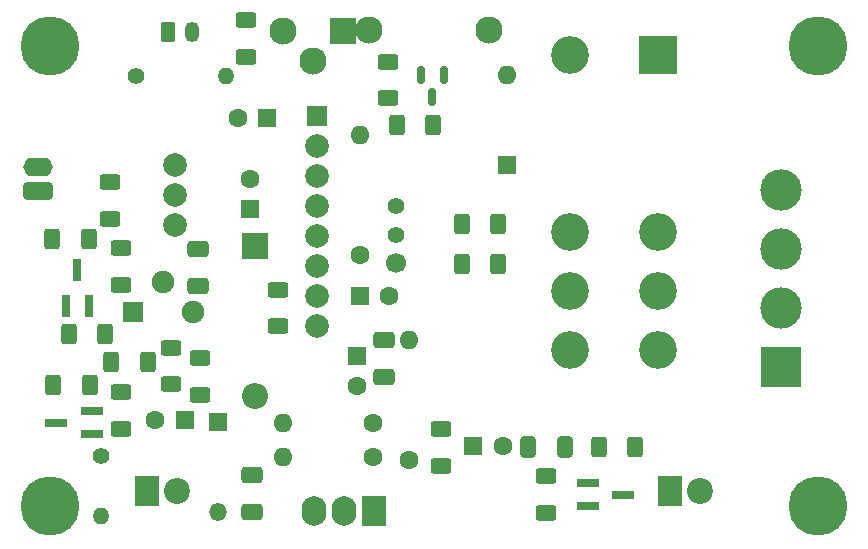
<source format=gbr>
%TF.GenerationSoftware,KiCad,Pcbnew,7.0.9*%
%TF.CreationDate,2023-11-29T12:49:05+01:00*%
%TF.ProjectId,Zabezpieczenie_UPC1237_2,5a616265-7a70-4696-9563-7a656e69655f,rev?*%
%TF.SameCoordinates,Original*%
%TF.FileFunction,Soldermask,Bot*%
%TF.FilePolarity,Negative*%
%FSLAX46Y46*%
G04 Gerber Fmt 4.6, Leading zero omitted, Abs format (unit mm)*
G04 Created by KiCad (PCBNEW 7.0.9) date 2023-11-29 12:49:05*
%MOMM*%
%LPD*%
G01*
G04 APERTURE LIST*
G04 Aperture macros list*
%AMRoundRect*
0 Rectangle with rounded corners*
0 $1 Rounding radius*
0 $2 $3 $4 $5 $6 $7 $8 $9 X,Y pos of 4 corners*
0 Add a 4 corners polygon primitive as box body*
4,1,4,$2,$3,$4,$5,$6,$7,$8,$9,$2,$3,0*
0 Add four circle primitives for the rounded corners*
1,1,$1+$1,$2,$3*
1,1,$1+$1,$4,$5*
1,1,$1+$1,$6,$7*
1,1,$1+$1,$8,$9*
0 Add four rect primitives between the rounded corners*
20,1,$1+$1,$2,$3,$4,$5,0*
20,1,$1+$1,$4,$5,$6,$7,0*
20,1,$1+$1,$6,$7,$8,$9,0*
20,1,$1+$1,$8,$9,$2,$3,0*%
G04 Aperture macros list end*
%ADD10C,1.400000*%
%ADD11O,1.400000X1.400000*%
%ADD12R,2.300000X2.300000*%
%ADD13C,2.300000*%
%ADD14RoundRect,0.312500X0.937500X-0.437500X0.937500X0.437500X-0.937500X0.437500X-0.937500X-0.437500X0*%
%ADD15O,2.500000X1.600000*%
%ADD16R,1.600000X1.600000*%
%ADD17C,1.600000*%
%ADD18C,3.200000*%
%ADD19R,3.200000X3.200000*%
%ADD20R,1.800000X1.800000*%
%ADD21C,2.000000*%
%ADD22O,1.600000X1.600000*%
%ADD23C,1.900000*%
%ADD24R,2.200000X2.200000*%
%ADD25O,2.200000X2.200000*%
%ADD26RoundRect,0.250000X-0.350000X-0.625000X0.350000X-0.625000X0.350000X0.625000X-0.350000X0.625000X0*%
%ADD27O,1.200000X1.750000*%
%ADD28C,1.700000*%
%ADD29R,3.500000X3.500000*%
%ADD30C,3.500000*%
%ADD31R,2.100000X2.500000*%
%ADD32C,2.200000*%
%ADD33R,1.500000X1.500000*%
%ADD34O,1.500000X1.500000*%
%ADD35O,2.100000X2.500000*%
%ADD36R,1.900000X0.800000*%
%ADD37RoundRect,0.250000X-0.400000X-0.625000X0.400000X-0.625000X0.400000X0.625000X-0.400000X0.625000X0*%
%ADD38RoundRect,0.250000X0.400000X0.625000X-0.400000X0.625000X-0.400000X-0.625000X0.400000X-0.625000X0*%
%ADD39RoundRect,0.250000X-0.625000X0.400000X-0.625000X-0.400000X0.625000X-0.400000X0.625000X0.400000X0*%
%ADD40RoundRect,0.250000X0.625000X-0.400000X0.625000X0.400000X-0.625000X0.400000X-0.625000X-0.400000X0*%
%ADD41C,5.000000*%
%ADD42RoundRect,0.250000X0.650000X-0.412500X0.650000X0.412500X-0.650000X0.412500X-0.650000X-0.412500X0*%
%ADD43R,0.800000X1.900000*%
%ADD44RoundRect,0.250000X-0.412500X-0.650000X0.412500X-0.650000X0.412500X0.650000X-0.412500X0.650000X0*%
%ADD45RoundRect,0.250000X-0.650000X0.412500X-0.650000X-0.412500X0.650000X-0.412500X0.650000X0.412500X0*%
%ADD46RoundRect,0.150000X-0.150000X0.587500X-0.150000X-0.587500X0.150000X-0.587500X0.150000X0.587500X0*%
G04 APERTURE END LIST*
D10*
%TO.C,R17*%
X124090000Y-82400000D03*
D11*
X131710000Y-82400000D03*
%TD*%
D12*
%TO.C,Q5*%
X141550000Y-78550000D03*
D13*
X139010000Y-81090000D03*
X136470000Y-78550000D03*
%TD*%
D14*
%TO.C,J1*%
X115800000Y-92100000D03*
D15*
X115800000Y-90100000D03*
%TD*%
D16*
%TO.C,C9*%
X152600000Y-113700000D03*
D17*
X155100000Y-113700000D03*
%TD*%
D16*
%TO.C,C5*%
X128205113Y-111500000D03*
D17*
X125705113Y-111500000D03*
%TD*%
D18*
%TO.C,K1*%
X168300000Y-100600000D03*
X168300000Y-95600000D03*
X168300000Y-105600000D03*
X160800000Y-100600000D03*
X160800000Y-95600000D03*
X160800000Y-105600000D03*
D19*
X168300000Y-80600000D03*
D18*
X160800000Y-80600000D03*
%TD*%
D13*
%TO.C,R22*%
X143820000Y-78500000D03*
X153980000Y-78500000D03*
%TD*%
D20*
%TO.C,U1*%
X139400000Y-85760000D03*
D21*
X139400000Y-88300000D03*
X139400000Y-90840000D03*
X139400000Y-93380000D03*
X139400000Y-95920000D03*
X139400000Y-98460000D03*
X139400000Y-101000000D03*
X139400000Y-103540000D03*
%TD*%
D10*
%TO.C,C3*%
X146100000Y-93350000D03*
X146100000Y-95850000D03*
%TD*%
D17*
%TO.C,R5*%
X143000000Y-97480000D03*
D22*
X143000000Y-87320000D03*
%TD*%
D20*
%TO.C,U2*%
X123850000Y-102350000D03*
D23*
X126390000Y-99810000D03*
X128930000Y-102350000D03*
%TD*%
D24*
%TO.C,D1*%
X134100000Y-96750000D03*
D25*
X134100000Y-109450000D03*
%TD*%
D16*
%TO.C,D6*%
X155500000Y-89910000D03*
D22*
X155500000Y-82290000D03*
%TD*%
D17*
%TO.C,R4*%
X147200000Y-114880000D03*
D22*
X147200000Y-104720000D03*
%TD*%
D26*
%TO.C,J3*%
X126800000Y-78600000D03*
D27*
X128800000Y-78600000D03*
%TD*%
D16*
%TO.C,C1*%
X135182380Y-85900000D03*
D17*
X132682380Y-85900000D03*
%TD*%
D21*
%TO.C,RV1*%
X127400000Y-89920000D03*
X127400000Y-92460000D03*
X127400000Y-95000000D03*
%TD*%
D28*
%TO.C,REF\u002A\u002A*%
X146100000Y-98200000D03*
%TD*%
D16*
%TO.C,C4*%
X142994888Y-101000000D03*
D17*
X145494888Y-101000000D03*
%TD*%
D29*
%TO.C,J4*%
X178700000Y-107000000D03*
D30*
X178700000Y-102000000D03*
X178700000Y-97000000D03*
X178700000Y-92000000D03*
%TD*%
D10*
%TO.C,R11*%
X121100000Y-114510000D03*
D11*
X121100000Y-119590000D03*
%TD*%
D31*
%TO.C,D5*%
X169260000Y-117500000D03*
D32*
X171800000Y-117500000D03*
%TD*%
D17*
%TO.C,R6*%
X144110000Y-111700000D03*
D22*
X136490000Y-111700000D03*
%TD*%
D31*
%TO.C,D4*%
X124960000Y-117500000D03*
D32*
X127500000Y-117500000D03*
%TD*%
D16*
%TO.C,C2*%
X133700000Y-93605113D03*
D17*
X133700000Y-91105113D03*
%TD*%
D33*
%TO.C,D3*%
X131000000Y-111685000D03*
D34*
X131000000Y-119305000D03*
%TD*%
D31*
%TO.C,J2*%
X144240000Y-119200000D03*
D35*
X141700000Y-119200000D03*
X139160000Y-119200000D03*
%TD*%
D17*
%TO.C,R16*%
X144110000Y-114600000D03*
D22*
X136490000Y-114600000D03*
%TD*%
D16*
%TO.C,C7*%
X142800000Y-106094888D03*
D17*
X142800000Y-108594888D03*
%TD*%
D36*
%TO.C,Q2*%
X120300000Y-110750000D03*
X120300000Y-112650000D03*
X117300000Y-111700000D03*
%TD*%
D37*
%TO.C,R24*%
X146150000Y-86500000D03*
X149250000Y-86500000D03*
%TD*%
D38*
%TO.C,R20*%
X166350000Y-113800000D03*
X163250000Y-113800000D03*
%TD*%
D39*
%TO.C,R13*%
X121900000Y-91350000D03*
X121900000Y-94450000D03*
%TD*%
D37*
%TO.C,R1*%
X151650000Y-98300000D03*
X154750000Y-98300000D03*
%TD*%
D40*
%TO.C,R23*%
X145400000Y-84250000D03*
X145400000Y-81150000D03*
%TD*%
D41*
%TO.C,REF\u002A\u002A*%
X116800000Y-118800000D03*
%TD*%
D40*
%TO.C,R25*%
X133400000Y-80750000D03*
X133400000Y-77650000D03*
%TD*%
D37*
%TO.C,R10*%
X117050000Y-108500000D03*
X120150000Y-108500000D03*
%TD*%
D42*
%TO.C,C8*%
X145100000Y-107862500D03*
X145100000Y-104737500D03*
%TD*%
D39*
%TO.C,R7*%
X127000000Y-105350000D03*
X127000000Y-108450000D03*
%TD*%
%TO.C,R19*%
X149900000Y-112250000D03*
X149900000Y-115350000D03*
%TD*%
D43*
%TO.C,Q1*%
X120050000Y-101800000D03*
X118150000Y-101800000D03*
X119100000Y-98800000D03*
%TD*%
D41*
%TO.C,REF\u002A\u002A*%
X116800000Y-79800000D03*
%TD*%
D40*
%TO.C,R12*%
X122800000Y-100050000D03*
X122800000Y-96950000D03*
%TD*%
D44*
%TO.C,C10*%
X157237500Y-113800000D03*
X160362500Y-113800000D03*
%TD*%
D37*
%TO.C,R2*%
X151650000Y-94900000D03*
X154750000Y-94900000D03*
%TD*%
D40*
%TO.C,R14*%
X122800000Y-112250000D03*
X122800000Y-109150000D03*
%TD*%
D37*
%TO.C,R8*%
X116950000Y-96200000D03*
X120050000Y-96200000D03*
%TD*%
D45*
%TO.C,C6*%
X133900000Y-116137500D03*
X133900000Y-119262500D03*
%TD*%
D40*
%TO.C,R18*%
X129500000Y-109350000D03*
X129500000Y-106250000D03*
%TD*%
D41*
%TO.C,REF\u002A\u002A*%
X181800000Y-118800000D03*
%TD*%
D42*
%TO.C,C11*%
X129300000Y-100162500D03*
X129300000Y-97037500D03*
%TD*%
D39*
%TO.C,R21*%
X158800000Y-116250000D03*
X158800000Y-119350000D03*
%TD*%
%TO.C,R3*%
X136100000Y-100450000D03*
X136100000Y-103550000D03*
%TD*%
D37*
%TO.C,R9*%
X118350000Y-104200000D03*
X121450000Y-104200000D03*
%TD*%
D36*
%TO.C,Q3*%
X162300000Y-118750000D03*
X162300000Y-116850000D03*
X165300000Y-117800000D03*
%TD*%
D37*
%TO.C,R15*%
X121950000Y-106600000D03*
X125050000Y-106600000D03*
%TD*%
D41*
%TO.C,REF\u002A\u002A*%
X181800000Y-79800000D03*
%TD*%
D46*
%TO.C,Q4*%
X148200000Y-82300000D03*
X150100000Y-82300000D03*
X149150000Y-84175000D03*
%TD*%
M02*

</source>
